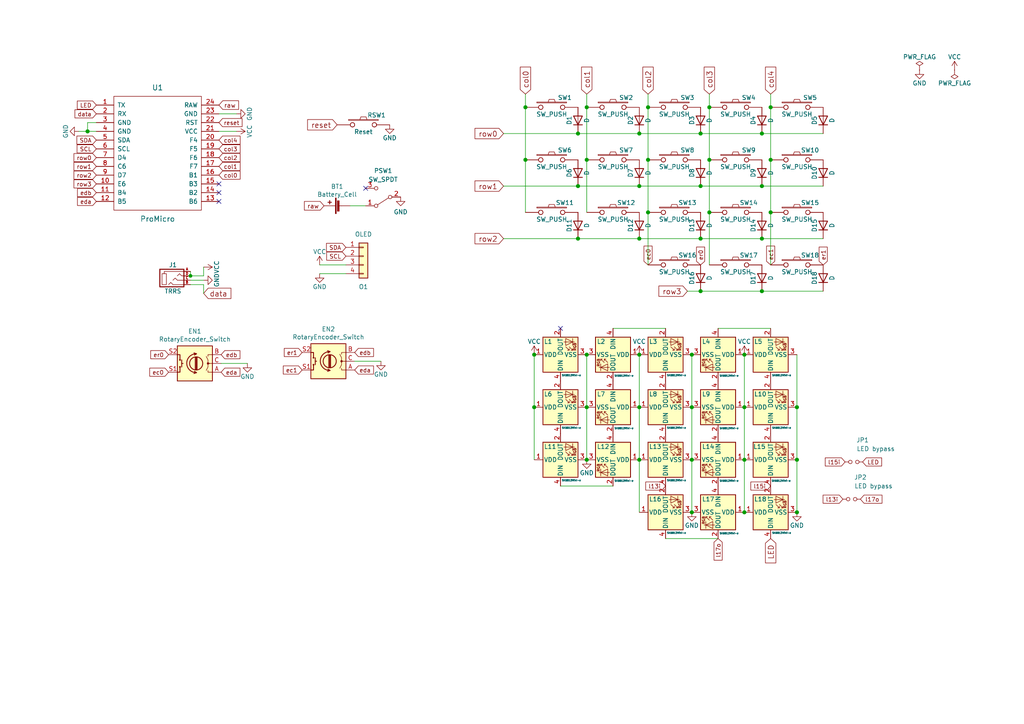
<source format=kicad_sch>
(kicad_sch (version 20211123) (generator eeschema)
  (paper "A4")
  (title_block (title "Chocolad") (date "2021-11-11") (rev "0.4") (company "jmnw"))
  (lib_symbols
    (symbol "Connector_Generic:Conn_01x04" (pin_names (offset 1.016) hide)
      (property "Reference" "J" (at 0 5.08 0))
      (property "Value" "Conn_01x04" (at 0 -7.62 0))
      (symbol "Conn_01x04_1_1"
        (rectangle (start -1.27 -4.953) (end 0 -5.207) (stroke (width 0.1524)))
        (rectangle (start -1.27 -2.413) (end 0 -2.667) (stroke (width 0.1524)))
        (rectangle (start -1.27 0.127) (end 0 -0.127) (stroke (width 0.1524)))
        (rectangle (start -1.27 2.667) (end 0 2.413) (stroke (width 0.1524)))
        (rectangle (start -1.27 3.81) (end 1.27 -6.35) (stroke (width 0.254)) (fill (type background)))
        (pin passive line (at -5.08 2.54 0) (length 3.81) (name "Pin_1") (number "1"))
        (pin passive line (at -5.08 0 0) (length 3.81) (name "Pin_2") (number "2"))
        (pin passive line (at -5.08 -2.54 0) (length 3.81) (name "Pin_3") (number "3"))
        (pin passive line (at -5.08 -5.08 0) (length 3.81) (name "Pin_4") (number "4"))
      )
    )
    (symbol "Device:Battery_Cell" (pin_numbers hide) (pin_names (offset 0) hide)
      (property "Reference" "BT" (at 2.54 2.54 0))
      (property "Value" "Battery_Cell" (at 2.54 0 0))
      (symbol "Battery_Cell_0_1"
        (rectangle (start -2.286 1.778) (end 2.286 1.524) (fill (type outline)))
        (rectangle (start -1.5748 1.1938) (end 1.4732 0.6858) (fill (type outline)))
        (polyline (pts (xy 0 0.762) (xy 0 0)))
        (polyline (pts (xy 0 1.778) (xy 0 2.54)))
        (polyline (pts (xy 0.508 3.429) (xy 1.524 3.429)) (stroke (width 0.254)))
        (polyline (pts (xy 1.016 3.937) (xy 1.016 2.921)) (stroke (width 0.254)))
      )
      (symbol "Battery_Cell_1_1"
        (pin passive line (at 0 5.08 270) (length 2.54) (name "+") (number "1"))
        (pin passive line (at 0 -2.54 90) (length 2.54) (name "-") (number "2"))
      )
    )
    (symbol "Device:D" (pin_numbers hide) (pin_names (offset 1.016) hide)
      (property "Reference" "D" (at 0 2.54 0))
      (property "Value" "D" (at 0 -2.54 0))
      (symbol "D_0_1"
        (polyline (pts (xy -1.27 1.27) (xy -1.27 -1.27)) (stroke (width 0.254)))
        (polyline (pts (xy 1.27 0) (xy -1.27 0)))
        (polyline (pts (xy 1.27 1.27) (xy 1.27 -1.27) (xy -1.27 0) (xy 1.27 1.27)) (stroke (width 0.254)))
      )
      (symbol "D_1_1"
        (pin passive line (at -3.81 0 0) (length 2.54) (name "K") (number "1"))
        (pin passive line (at 3.81 0 180) (length 2.54) (name "A") (number "2"))
      )
    )
    (symbol "Device:Jumper_NO_Small" (pin_numbers hide) (pin_names (offset 0.762) hide)
      (property "Reference" "JP" (at 0 2.032 0))
      (property "Value" "Jumper_NO_Small" (at 0.254 -1.524 0))
      (symbol "Jumper_NO_Small_0_1"
        (circle (center -1.016 0) (radius 0.508))
        (circle (center 1.016 0) (radius 0.508))
        (pin passive line (at -2.54 0 0) (length 1.016) (name "1") (number "1"))
        (pin passive line (at 2.54 0 180) (length 1.016) (name "2") (number "2"))
      )
    )
    (symbol "Device:RotaryEncoder_Switch" (pin_names (offset 0.254) hide)
      (property "Reference" "SW" (at 0 6.604 0))
      (property "Value" "Device_RotaryEncoder_Switch" (at 0 -6.604 0))
      (symbol "RotaryEncoder_Switch_0_1"
        (rectangle (start -5.08 5.08) (end 5.08 -5.08) (stroke (width 0.254)) (fill (type background)))
        (circle (center -3.81 0) (radius 0.254) (fill (type outline)))
        (arc (start -0.381 -2.794) (mid 2.3622 -0.0635) (end -0.381 2.667) (stroke (width 0.254)))
        (circle (center -0.381 0) (radius 1.905) (stroke (width 0.254)))
        (polyline (pts (xy -0.635 -1.778) (xy -0.635 1.778)) (stroke (width 0.254)))
        (polyline (pts (xy -0.381 -1.778) (xy -0.381 1.778)) (stroke (width 0.254)))
        (polyline (pts (xy -0.127 1.778) (xy -0.127 -1.778)) (stroke (width 0.254)))
        (polyline (pts (xy 3.81 0) (xy 3.429 0)) (stroke (width 0.254)))
        (polyline (pts (xy 3.81 1.016) (xy 3.81 -1.016)) (stroke (width 0.254)))
        (polyline (pts (xy -5.08 -2.54) (xy -3.81 -2.54) (xy -3.81 -2.032)))
        (polyline (pts (xy -5.08 2.54) (xy -3.81 2.54) (xy -3.81 2.032)))
        (polyline (pts (xy 0.254 -3.048) (xy -0.508 -2.794) (xy 0.127 -2.413)) (stroke (width 0.254)))
        (polyline (pts (xy 0.254 2.921) (xy -0.508 2.667) (xy 0.127 2.286)) (stroke (width 0.254)))
        (polyline (pts (xy 5.08 -2.54) (xy 4.318 -2.54) (xy 4.318 -1.016)) (stroke (width 0.254)))
        (polyline (pts (xy 5.08 2.54) (xy 4.318 2.54) (xy 4.318 1.016)) (stroke (width 0.254)))
        (polyline (pts (xy -5.08 0) (xy -3.81 0) (xy -3.81 -1.016) (xy -3.302 -2.032)))
        (polyline (pts (xy -4.318 0) (xy -3.81 0) (xy -3.81 1.016) (xy -3.302 2.032)))
        (circle (center 4.318 -1.016) (radius 0.127) (stroke (width 0.254)))
        (circle (center 4.318 1.016) (radius 0.127) (stroke (width 0.254)))
      )
      (symbol "RotaryEncoder_Switch_1_1"
        (pin passive line (at -7.62 2.54 0) (length 2.54) (name "A") (number "A"))
        (pin passive line (at -7.62 -2.54 0) (length 2.54) (name "B") (number "B"))
        (pin passive line (at -7.62 0 0) (length 2.54) (name "C") (number "C"))
        (pin passive line (at 7.62 2.54 180) (length 2.54) (name "S1") (number "S1"))
        (pin passive line (at 7.62 -2.54 180) (length 2.54) (name "S2") (number "S2"))
      )
    )
    (symbol "Switch:SW_SPDT" (pin_names (offset 0) hide)
      (property "Reference" "SW" (at 0 4.318 0))
      (property "Value" "SW_SPDT" (at 0 -5.08 0))
      (symbol "SW_SPDT_0_0"
        (circle (center -2.032 0) (radius 0.508))
        (circle (center 2.032 -2.54) (radius 0.508))
      )
      (symbol "SW_SPDT_0_1"
        (polyline (pts (xy -1.524 0.254) (xy 1.651 2.286)))
        (circle (center 2.032 2.54) (radius 0.508))
      )
      (symbol "SW_SPDT_1_1"
        (pin passive line (at 5.08 2.54 180) (length 2.54) (name "A") (number "1"))
        (pin passive line (at -5.08 0 0) (length 2.54) (name "B") (number "2"))
        (pin passive line (at 5.08 -2.54 180) (length 2.54) (name "C") (number "3"))
      )
    )
    (symbol "chocolad:MJ-4PP-9-kbd" (pin_names (offset 1.016))
      (property "Reference" "J" (at 0 3.81 0))
      (property "Value" "MJ-4PP-9-kbd" (at 0 -3.81 0))
      (symbol "MJ-4PP-9-kbd_0_1"
        (rectangle (start -1.905 -1.905) (end -3.175 1.27))
        (polyline (pts (xy -2.54 1.27) (xy -2.54 1.905) (xy 3.175 1.905)))
        (polyline (pts (xy -1.27 -1.905) (xy -0.635 -1.27) (xy 0 -1.905) (xy 3.175 -1.905)))
        (polyline (pts (xy 0 -0.635) (xy 0.635 0) (xy 1.27 -0.635) (xy 3.175 -0.635)))
        (polyline (pts (xy 1.27 0.635) (xy 1.905 1.27) (xy 2.54 0.635) (xy 3.175 0.635)))
        (rectangle (start 3.175 2.54) (end -3.81 -2.54) (stroke (width 0.3048)))
      )
      (symbol "MJ-4PP-9-kbd_1_1"
        (pin input line (at 5.08 1.905 180) (length 2.0066) (name "~") (number "A"))
        (pin input line (at 5.08 -1.905 180) (length 2.0066) (name "~") (number "B"))
        (pin input line (at 5.08 -0.635 180) (length 2.0066) (name "~") (number "C"))
        (pin input line (at 5.08 0.635 180) (length 2.0066) (name "~") (number "D"))
      )
    )
    (symbol "chocolad:ProMicro-kbd" (pin_names (offset 1.016))
      (property "Reference" "U" (at 0 24.13 0))
      (property "Value" "ProMicro-kbd" (at 0 -13.97 0))
      (symbol "ProMicro-kbd_0_1"
        (rectangle (start -12.7 21.59) (end 12.7 -11.43))
      )
      (symbol "ProMicro-kbd_1_1"
        (pin bidirectional line (at -17.78 19.05 0) (length 5.08) (name "TX") (number "1"))
        (pin bidirectional line (at -17.78 -3.81 0) (length 5.08) (name "E6") (number "10"))
        (pin bidirectional line (at -17.78 -6.35 0) (length 5.08) (name "B4") (number "11"))
        (pin bidirectional line (at -17.78 -8.89 0) (length 5.08) (name "B5") (number "12"))
        (pin bidirectional line (at 17.78 -8.89 180) (length 5.08) (name "B6") (number "13"))
        (pin bidirectional line (at 17.78 -6.35 180) (length 5.08) (name "B2") (number "14"))
        (pin bidirectional line (at 17.78 -3.81 180) (length 5.08) (name "B3") (number "15"))
        (pin bidirectional line (at 17.78 -1.27 180) (length 5.08) (name "B1") (number "16"))
        (pin bidirectional line (at 17.78 1.27 180) (length 5.08) (name "F7") (number "17"))
        (pin bidirectional line (at 17.78 3.81 180) (length 5.08) (name "F6") (number "18"))
        (pin bidirectional line (at 17.78 6.35 180) (length 5.08) (name "F5") (number "19"))
        (pin bidirectional line (at -17.78 16.51 0) (length 5.08) (name "RX") (number "2"))
        (pin bidirectional line (at 17.78 8.89 180) (length 5.08) (name "F4") (number "20"))
        (pin power_in line (at 17.78 11.43 180) (length 5.08) (name "VCC") (number "21"))
        (pin input line (at 17.78 13.97 180) (length 5.08) (name "RST") (number "22"))
        (pin power_in line (at 17.78 16.51 180) (length 5.08) (name "GND") (number "23"))
        (pin power_out line (at 17.78 19.05 180) (length 5.08) (name "RAW") (number "24"))
        (pin power_in line (at -17.78 13.97 0) (length 5.08) (name "GND") (number "3"))
        (pin power_in line (at -17.78 11.43 0) (length 5.08) (name "GND") (number "4"))
        (pin bidirectional line (at -17.78 8.89 0) (length 5.08) (name "SDA") (number "5"))
        (pin bidirectional line (at -17.78 6.35 0) (length 5.08) (name "SCL") (number "6"))
        (pin bidirectional line (at -17.78 3.81 0) (length 5.08) (name "D4") (number "7"))
        (pin bidirectional line (at -17.78 1.27 0) (length 5.08) (name "C6") (number "8"))
        (pin bidirectional line (at -17.78 -1.27 0) (length 5.08) (name "D7") (number "9"))
      )
    )
    (symbol "chocolad:SK6812MINI-E" (pin_names (offset 0.254))
      (property "Reference" "L18" (at -4.826 3.81 90))
      (property "Value" "SK6812MINI-E" (at 3.175 -5.969 90))
      (symbol "SK6812MINI-E_0_0"
        (text "RGB" (at 2.286 -4.191 0) (effects (font (size 0.762 0.762))))
      )
      (symbol "SK6812MINI-E_0_1"
        (polyline (pts (xy 1.27 -3.556) (xy 1.778 -3.556)))
        (polyline (pts (xy 1.27 -2.54) (xy 1.778 -2.54)))
        (polyline (pts (xy 4.699 -3.556) (xy 2.667 -3.556)))
        (polyline (pts (xy 2.286 -2.54) (xy 1.27 -3.556) (xy 1.27 -3.048)))
        (polyline (pts (xy 2.286 -1.524) (xy 1.27 -2.54) (xy 1.27 -2.032)))
        (polyline (pts (xy 3.683 -1.016) (xy 3.683 -3.556) (xy 3.683 -4.064)))
        (polyline (pts (xy 4.699 -1.524) (xy 2.667 -1.524) (xy 3.683 -3.556) (xy 4.699 -1.524)))
        (rectangle (start 5.08 5.08) (end -5.08 -5.08) (stroke (width 0.254)) (fill (type background)))
      )
      (symbol "SK6812MINI-E_1_1"
        (pin power_in line (at 0 7.62 270) (length 2.54) (name "VDD") (number "1"))
        (pin output line (at 7.62 0 180) (length 2.54) (name "DOUT") (number "2"))
        (pin power_in line (at 0 -7.62 90) (length 2.54) (name "VSS") (number "3"))
        (pin input line (at -7.62 0 0) (length 2.54) (name "DIN") (number "4"))
      )
    )
    (symbol "chocolad:SW_PUSH-kbd" (pin_numbers hide) (pin_names (offset 1.016) hide)
      (property "Reference" "SW" (at 3.81 2.794 0))
      (property "Value" "SW_PUSH-kbd" (at 0 -2.032 0))
      (symbol "SW_PUSH-kbd_0_1"
        (rectangle (start -4.318 1.27) (end 4.318 1.524))
        (polyline (pts (xy -1.016 1.524) (xy -0.762 2.286) (xy 0.762 2.286) (xy 1.016 1.524)))
        (pin passive inverted (at -7.62 0 0) (length 5.08) (name "1") (number "1"))
        (pin passive inverted (at 7.62 0 180) (length 5.08) (name "2") (number "2"))
      )
    )
    (symbol "power:GND" (power) (pin_names (offset 0))
      (property "Value" "GND" (at 0 -3.81 0))
      (symbol "GND_0_1"
        (polyline (pts (xy 0 0) (xy 0 -1.27) (xy 1.27 -1.27) (xy 0 -2.54) (xy -1.27 -1.27) (xy 0 -1.27)))
      )
      (symbol "GND_1_1"
        (pin power_in line (at 0 0 270) (length 0) hide (name "GND") (number "1"))
      )
    )
    (symbol "power:PWR_FLAG" (power) (pin_numbers hide) (pin_names (offset 0) hide)
      (property "Value" "PWR_FLAG" (at 0 3.81 0))
      (symbol "PWR_FLAG_0_0"
        (pin power_out line (at 0 0 90) (length 0) (name "pwr") (number "1"))
      )
      (symbol "PWR_FLAG_0_1"
        (polyline (pts (xy 0 0) (xy 0 1.27) (xy -1.016 1.905) (xy 0 2.54) (xy 1.016 1.905) (xy 0 1.27)))
      )
    )
    (symbol "power:VCC" (power) (pin_names (offset 0))
      (property "Value" "VCC" (at 0 3.81 0))
      (symbol "VCC_0_1"
        (polyline (pts (xy -0.762 1.27) (xy 0 2.54)))
        (polyline (pts (xy 0 0) (xy 0 2.54)))
        (polyline (pts (xy 0 2.54) (xy 0.762 1.27)))
      )
      (symbol "VCC_1_1"
        (pin power_in line (at 0 0 90) (length 0) hide (name "VCC") (number "1"))
      )
    )
  )
  (junction (at 200.66 102.87) (diameter 1.016))
  (junction (at 167.64 38.735) (diameter 1.016))
  (junction (at 185.42 38.735) (diameter 1.016))
  (junction (at 187.96 46.355) (diameter 1.016))
  (junction (at 187.96 31.115) (diameter 1.016))
  (junction (at 170.18 118.11) (diameter 1.016))
  (junction (at 170.18 102.87) (diameter 1.016))
  (junction (at 205.74 46.355) (diameter 1.016))
  (junction (at 185.42 53.975) (diameter 1.016))
  (junction (at 152.4 31.115) (diameter 1.016))
  (junction (at 167.64 53.975) (diameter 1.016))
  (junction (at 154.94 118.11) (diameter 1.016))
  (junction (at 200.66 118.11) (diameter 1.016))
  (junction (at 187.96 61.595) (diameter 1.016))
  (junction (at 152.4 46.355) (diameter 1.016))
  (junction (at 170.18 31.115) (diameter 1.016))
  (junction (at 215.9 102.87) (diameter 1.016))
  (junction (at 55.245 80.01))
  (junction (at 185.42 118.11) (diameter 1.016))
  (junction (at 200.66 148.59) (diameter 1.016))
  (junction (at 223.52 46.355) (diameter 1.016))
  (junction (at 200.66 133.35) (diameter 1.016))
  (junction (at 220.98 38.735) (diameter 1.016))
  (junction (at 185.42 102.87) (diameter 1.016))
  (junction (at 220.98 84.455) (diameter 1.016))
  (junction (at 203.2 53.975) (diameter 1.016))
  (junction (at 185.42 69.215) (diameter 1.016))
  (junction (at 205.74 31.115) (diameter 1.016))
  (junction (at 170.18 46.355) (diameter 1.016))
  (junction (at 170.18 133.35) (diameter 1.016))
  (junction (at 220.98 69.215) (diameter 1.016))
  (junction (at 167.64 69.215) (diameter 1.016))
  (junction (at 154.94 102.87) (diameter 1.016))
  (junction (at 25.4 38.1) (diameter 1.016))
  (junction (at 231.14 148.59) (diameter 1.016))
  (junction (at 215.9 148.59) (diameter 1.016))
  (junction (at 215.9 133.35) (diameter 1.016))
  (junction (at 203.2 84.455) (diameter 1.016))
  (junction (at 220.98 53.975) (diameter 1.016))
  (junction (at 215.9 118.11) (diameter 1.016))
  (junction (at 203.2 69.215) (diameter 1.016))
  (junction (at 223.52 31.115) (diameter 1.016))
  (junction (at 203.2 38.735) (diameter 1.016))
  (junction (at 223.52 61.595) (diameter 1.016))
  (junction (at 231.14 133.35) (diameter 1.016))
  (junction (at 231.14 118.11) (diameter 1.016))
  (junction (at 185.42 133.35) (diameter 1.016))
  (junction (at 205.74 61.595) (diameter 1.016))
  (no_connect (at 63.5 58.42))
  (no_connect (at 63.5 53.34))
  (no_connect (at 106.045 54.61))
  (no_connect (at 63.5 55.88))
  (no_connect (at 162.56 95.25))
  (wire (pts (xy 162.56 140.97) (xy 177.8 140.97)))
  (wire (pts (xy 223.52 31.115) (xy 223.52 46.355)))
  (wire (pts (xy 205.74 61.595) (xy 205.74 76.835)))
  (wire (pts (xy 187.96 27.305) (xy 187.96 31.115)))
  (wire (pts (xy 170.18 27.305) (xy 170.18 31.115)))
  (wire (pts (xy 59.055 80.01) (xy 59.055 77.47)))
  (wire (pts (xy 55.245 80.01) (xy 59.055 80.01)))
  (wire (pts (xy 203.2 69.215) (xy 220.98 69.215)))
  (wire (pts (xy 187.96 61.595) (xy 187.96 76.835)))
  (wire (pts (xy 187.96 31.115) (xy 187.96 46.355)))
  (wire (pts (xy 187.96 46.355) (xy 187.96 61.595)))
  (wire (pts (xy 55.245 78.74) (xy 55.245 80.01)))
  (wire (pts (xy 167.64 53.975) (xy 185.42 53.975)))
  (wire (pts (xy 185.42 53.975) (xy 203.2 53.975)))
  (wire (pts (xy 220.98 38.735) (xy 238.76 38.735)))
  (wire (pts (xy 92.71 76.835) (xy 100.33 76.835)))
  (wire (pts (xy 185.42 133.35) (xy 185.42 148.59)))
  (wire (pts (xy 199.39 84.455) (xy 203.2 84.455)))
  (wire (pts (xy 92.71 79.375) (xy 100.33 79.375)))
  (wire (pts (xy 193.04 156.21) (xy 208.28 156.21)))
  (wire (pts (xy 63.5 38.1) (xy 68.58 38.1)))
  (wire (pts (xy 200.66 133.35) (xy 200.66 148.59)))
  (wire (pts (xy 200.66 102.87) (xy 200.66 118.11)))
  (wire (pts (xy 200.66 118.11) (xy 200.66 133.35)))
  (wire (pts (xy 25.4 38.1) (xy 27.94 38.1)))
  (wire (pts (xy 152.4 46.355) (xy 152.4 61.595)))
  (wire (pts (xy 167.64 69.215) (xy 185.42 69.215)))
  (wire (pts (xy 170.18 31.115) (xy 170.18 46.355)))
  (wire (pts (xy 203.2 53.975) (xy 220.98 53.975)))
  (wire (pts (xy 102.87 104.775) (xy 110.49 104.775)))
  (wire (pts (xy 152.4 27.305) (xy 152.4 31.115)))
  (wire (pts (xy 146.05 69.215) (xy 167.64 69.215)))
  (wire (pts (xy 22.86 38.1) (xy 25.4 38.1)))
  (wire (pts (xy 25.4 35.56) (xy 25.4 38.1)))
  (wire (pts (xy 215.9 118.11) (xy 215.9 133.35)))
  (wire (pts (xy 215.9 133.35) (xy 215.9 148.59)))
  (wire (pts (xy 215.9 102.87) (xy 215.9 118.11)))
  (wire (pts (xy 154.94 102.87) (xy 154.94 118.11)))
  (wire (pts (xy 154.94 118.11) (xy 154.94 133.35)))
  (wire (pts (xy 170.18 46.355) (xy 170.18 61.595)))
  (wire (pts (xy 27.94 35.56) (xy 25.4 35.56)))
  (wire (pts (xy 231.14 118.11) (xy 231.14 133.35)))
  (wire (pts (xy 231.14 102.87) (xy 231.14 118.11)))
  (wire (pts (xy 231.14 133.35) (xy 231.14 148.59)))
  (wire (pts (xy 205.74 46.355) (xy 205.74 61.595)))
  (wire (pts (xy 152.4 31.115) (xy 152.4 46.355)))
  (wire (pts (xy 101.6 59.69) (xy 106.045 59.69)))
  (wire (pts (xy 220.98 69.215) (xy 238.76 69.215)))
  (wire (pts (xy 203.2 84.455) (xy 220.98 84.455)))
  (wire (pts (xy 146.05 53.975) (xy 167.64 53.975)))
  (wire (pts (xy 223.52 61.595) (xy 223.52 76.835)))
  (wire (pts (xy 64.135 105.41) (xy 71.755 105.41)))
  (wire (pts (xy 55.245 81.28) (xy 59.055 81.28)))
  (wire (pts (xy 220.98 53.975) (xy 238.76 53.975)))
  (wire (pts (xy 185.42 69.215) (xy 203.2 69.215)))
  (wire (pts (xy 63.5 33.02) (xy 68.58 33.02)))
  (wire (pts (xy 177.8 95.25) (xy 193.04 95.25)))
  (wire (pts (xy 146.05 38.735) (xy 167.64 38.735)))
  (wire (pts (xy 223.52 27.305) (xy 223.52 31.115)))
  (wire (pts (xy 205.74 31.115) (xy 205.74 46.355)))
  (wire (pts (xy 167.64 38.735) (xy 185.42 38.735)))
  (wire (pts (xy 203.2 38.735) (xy 220.98 38.735)))
  (wire (pts (xy 205.74 27.305) (xy 205.74 31.115)))
  (wire (pts (xy 185.42 38.735) (xy 203.2 38.735)))
  (wire (pts (xy 170.18 102.87) (xy 170.18 118.11)))
  (wire (pts (xy 170.18 118.11) (xy 170.18 133.35)))
  (wire (pts (xy 223.52 46.355) (xy 223.52 61.595)))
  (wire (pts (xy 208.28 95.25) (xy 223.52 95.25)))
  (wire (pts (xy 220.98 84.455) (xy 238.76 84.455)))
  (wire (pts (xy 185.42 102.87) (xy 185.42 118.11)))
  (wire (pts (xy 185.42 118.11) (xy 185.42 133.35)))
  (wire (pts (xy 55.245 82.55) (xy 59.055 82.55)))
  (wire (pts (xy 59.055 82.55) (xy 59.055 85.09)))
  (global_label "raw" (shape input) (at 63.5 30.48 0) (property "Intersheet References" "${INTERSHEET_REFS}" (effects hide)))
  (global_label "row3" (shape input) (at 27.94 53.34 180) (effects (font (size 1.1938 1.1938))) (property "Intersheet References" "${INTERSHEET_REFS}" (effects hide)))
  (global_label "l17o" (shape input) (at 208.28 156.21 270) (effects (font (size 1.1938 1.1938))) (property "Intersheet References" "${INTERSHEET_REFS}" (effects hide)))
  (global_label "SCL" (shape input) (at 100.33 74.295 180) (effects (font (size 1.1938 1.1938))) (property "Intersheet References" "${INTERSHEET_REFS}" (effects hide)))
  (global_label "ec1" (shape input) (at 223.52 76.835 90) (effects (font (size 1.1938 1.1938))) (property "Intersheet References" "${INTERSHEET_REFS}" (effects hide)))
  (global_label "er0" (shape input) (at 48.895 102.87 180) (effects (font (size 1.1938 1.1938))) (property "Intersheet References" "${INTERSHEET_REFS}" (effects hide)))
  (global_label "reset" (shape input) (at 63.5 35.56 0) (effects (font (size 1.1938 1.1938))) (property "Intersheet References" "${INTERSHEET_REFS}" (effects hide)))
  (global_label "ec0" (shape input) (at 48.895 107.95 180) (effects (font (size 1.1938 1.1938))) (property "Intersheet References" "${INTERSHEET_REFS}" (effects hide)))
  (global_label "ec0" (shape input) (at 187.96 76.835 90) (effects (font (size 1.1938 1.1938))) (property "Intersheet References" "${INTERSHEET_REFS}" (effects hide)))
  (global_label "col4" (shape input) (at 223.52 27.305 90) (effects (font (size 1.524 1.524))) (property "Intersheet References" "${INTERSHEET_REFS}" (effects hide)))
  (global_label "col3" (shape input) (at 205.74 27.305 90) (effects (font (size 1.524 1.524))) (property "Intersheet References" "${INTERSHEET_REFS}" (effects hide)))
  (global_label "eda" (shape input) (at 27.94 58.42 180) (effects (font (size 1.1938 1.1938))) (property "Intersheet References" "${INTERSHEET_REFS}" (effects hide)))
  (global_label "col0" (shape input) (at 63.5 50.8 0) (effects (font (size 1.1938 1.1938))) (property "Intersheet References" "${INTERSHEET_REFS}" (effects hide)))
  (global_label "edb" (shape input) (at 27.94 55.88 180) (effects (font (size 1.1938 1.1938))) (property "Intersheet References" "${INTERSHEET_REFS}" (effects hide)))
  (global_label "l15i" (shape input) (at 245.11 133.985 180) (effects (font (size 1.1938 1.1938))) (property "Intersheet References" "${INTERSHEET_REFS}" (effects hide)))
  (global_label "l13i" (shape input) (at 244.475 144.78 180) (effects (font (size 1.1938 1.1938))) (property "Intersheet References" "${INTERSHEET_REFS}" (effects hide)))
  (global_label "col0" (shape input) (at 152.4 27.305 90) (effects (font (size 1.524 1.524))) (property "Intersheet References" "${INTERSHEET_REFS}" (effects hide)))
  (global_label "LED" (shape input) (at 223.52 156.21 270) (effects (font (size 1.524 1.524))) (property "Intersheet References" "${INTERSHEET_REFS}" (effects hide)))
  (global_label "LED" (shape input) (at 250.19 133.985 0) (effects (font (size 1.1938 1.1938))) (property "Intersheet References" "${INTERSHEET_REFS}" (effects hide)))
  (global_label "ec1" (shape input) (at 87.63 107.315 180) (effects (font (size 1.1938 1.1938))) (property "Intersheet References" "${INTERSHEET_REFS}" (effects hide)))
  (global_label "row1" (shape input) (at 146.05 53.975 180) (effects (font (size 1.524 1.524))) (property "Intersheet References" "${INTERSHEET_REFS}" (effects hide)))
  (global_label "row2" (shape input) (at 27.94 50.8 180) (effects (font (size 1.1938 1.1938))) (property "Intersheet References" "${INTERSHEET_REFS}" (effects hide)))
  (global_label "col4" (shape input) (at 63.5 40.64 0) (effects (font (size 1.1938 1.1938))) (property "Intersheet References" "${INTERSHEET_REFS}" (effects hide)))
  (global_label "col1" (shape input) (at 170.18 27.305 90) (effects (font (size 1.524 1.524))) (property "Intersheet References" "${INTERSHEET_REFS}" (effects hide)))
  (global_label "LED" (shape input) (at 27.94 30.48 180) (effects (font (size 1.1938 1.1938))) (property "Intersheet References" "${INTERSHEET_REFS}" (effects hide)))
  (global_label "row0" (shape input) (at 146.05 38.735 180) (effects (font (size 1.524 1.524))) (property "Intersheet References" "${INTERSHEET_REFS}" (effects hide)))
  (global_label "l13i" (shape input) (at 193.04 140.97 180) (effects (font (size 1.1938 1.1938))) (property "Intersheet References" "${INTERSHEET_REFS}" (effects hide)))
  (global_label "SDA" (shape input) (at 100.33 71.755 180) (effects (font (size 1.1938 1.1938))) (property "Intersheet References" "${INTERSHEET_REFS}" (effects hide)))
  (global_label "raw" (shape input) (at 93.98 59.69 180) (property "Intersheet References" "${INTERSHEET_REFS}" (effects hide)))
  (global_label "SCL" (shape input) (at 27.94 43.18 180) (effects (font (size 1.1938 1.1938))) (property "Intersheet References" "${INTERSHEET_REFS}" (effects hide)))
  (global_label "col1" (shape input) (at 63.5 48.26 0) (effects (font (size 1.1938 1.1938))) (property "Intersheet References" "${INTERSHEET_REFS}" (effects hide)))
  (global_label "data" (shape input) (at 27.94 33.02 180) (effects (font (size 1.1938 1.1938))) (property "Intersheet References" "${INTERSHEET_REFS}" (effects hide)))
  (global_label "col2" (shape input) (at 187.96 27.305 90) (effects (font (size 1.524 1.524))) (property "Intersheet References" "${INTERSHEET_REFS}" (effects hide)))
  (global_label "eda" (shape input) (at 102.87 107.315 0) (effects (font (size 1.1938 1.1938))) (property "Intersheet References" "${INTERSHEET_REFS}" (effects hide)))
  (global_label "l15i" (shape input) (at 223.52 140.97 180) (effects (font (size 1.1938 1.1938))) (property "Intersheet References" "${INTERSHEET_REFS}" (effects hide)))
  (global_label "row0" (shape input) (at 27.94 45.72 180) (effects (font (size 1.1938 1.1938))) (property "Intersheet References" "${INTERSHEET_REFS}" (effects hide)))
  (global_label "col2" (shape input) (at 63.5 45.72 0) (effects (font (size 1.1938 1.1938))) (property "Intersheet References" "${INTERSHEET_REFS}" (effects hide)))
  (global_label "row1" (shape input) (at 27.94 48.26 180) (effects (font (size 1.1938 1.1938))) (property "Intersheet References" "${INTERSHEET_REFS}" (effects hide)))
  (global_label "er1" (shape input) (at 238.76 76.835 90) (effects (font (size 1.1938 1.1938))) (property "Intersheet References" "${INTERSHEET_REFS}" (effects hide)))
  (global_label "data" (shape input) (at 59.055 85.09 0) (effects (font (size 1.524 1.524))) (property "Intersheet References" "${INTERSHEET_REFS}" (effects hide)))
  (global_label "er1" (shape input) (at 87.63 102.235 180) (effects (font (size 1.1938 1.1938))) (property "Intersheet References" "${INTERSHEET_REFS}" (effects hide)))
  (global_label "reset" (shape input) (at 97.79 36.195 180) (effects (font (size 1.524 1.524))) (property "Intersheet References" "${INTERSHEET_REFS}" (effects hide)))
  (global_label "edb" (shape input) (at 64.135 102.87 0) (effects (font (size 1.1938 1.1938))) (property "Intersheet References" "${INTERSHEET_REFS}" (effects hide)))
  (global_label "row2" (shape input) (at 146.05 69.215 180) (effects (font (size 1.524 1.524))) (property "Intersheet References" "${INTERSHEET_REFS}" (effects hide)))
  (global_label "er0" (shape input) (at 203.2 76.835 90) (effects (font (size 1.1938 1.1938))) (property "Intersheet References" "${INTERSHEET_REFS}" (effects hide)))
  (global_label "row3" (shape input) (at 199.39 84.455 180) (effects (font (size 1.524 1.524))) (property "Intersheet References" "${INTERSHEET_REFS}" (effects hide)))
  (global_label "col3" (shape input) (at 63.5 43.18 0) (effects (font (size 1.1938 1.1938))) (property "Intersheet References" "${INTERSHEET_REFS}" (effects hide)))
  (global_label "SDA" (shape input) (at 27.94 40.64 180) (effects (font (size 1.1938 1.1938))) (property "Intersheet References" "${INTERSHEET_REFS}" (effects hide)))
  (global_label "eda" (shape input) (at 64.135 107.95 0) (effects (font (size 1.1938 1.1938))) (property "Intersheet References" "${INTERSHEET_REFS}" (effects hide)))
  (global_label "edb" (shape input) (at 102.87 102.235 0) (effects (font (size 1.1938 1.1938))) (property "Intersheet References" "${INTERSHEET_REFS}" (effects hide)))
  (global_label "l17o" (shape input) (at 249.555 144.78 0) (effects (font (size 1.1938 1.1938))) (property "Intersheet References" "${INTERSHEET_REFS}" (effects hide)))
  (symbol (lib_id "chocolad:ProMicro-kbd") (at 45.72 49.53 0) (unit 1)
    (property "Reference" "U1" (at 45.72 25.4 0) (effects (font (size 1.524 1.524))))
    (property "Value" "ProMicro" (at 45.72 63.5 0) (effects (font (size 1.524 1.524))))
    (property "Footprint" "kbd:ProMicro_v2" (effects hide))
  )
  (symbol (lib_id "chocolad:SW_PUSH-kbd") (at 160.02 31.115 0) (unit 1)
    (property "Reference" "SW1" (at 163.83 28.321 0))
    (property "Value" "SW_PUSH" (at 160.02 33.147 0))
    (property "Footprint" "jmnw:Choc_reversible" (effects hide))
  )
  (symbol (lib_id "Device:D") (at 167.64 34.925 90) (unit 1)
    (property "Reference" "D1" (at 165.1 34.925 0))
    (property "Value" "D" (at 170.18 34.925 0))
    (property "Footprint" "kbd:D3_TH_SMD" (effects hide))
  )
  (symbol (lib_id "chocolad:SW_PUSH-kbd") (at 177.8 31.115 0) (unit 1)
    (property "Reference" "SW2" (at 181.61 28.321 0))
    (property "Value" "SW_PUSH" (at 177.8 33.147 0))
    (property "Footprint" "jmnw:Choc_reversible" (effects hide))
  )
  (symbol (lib_id "Device:D") (at 185.42 34.925 90) (unit 1)
    (property "Reference" "D2" (at 182.88 34.925 0))
    (property "Value" "D" (at 187.96 34.925 0))
    (property "Footprint" "kbd:D3_TH_SMD" (effects hide))
  )
  (symbol (lib_id "chocolad:SW_PUSH-kbd") (at 195.58 31.115 0) (unit 1)
    (property "Reference" "SW3" (at 199.39 28.321 0))
    (property "Value" "SW_PUSH" (at 195.58 33.147 0))
    (property "Footprint" "jmnw:Choc_reversible" (effects hide))
  )
  (symbol (lib_id "chocolad:SW_PUSH-kbd") (at 213.36 31.115 0) (unit 1)
    (property "Reference" "SW4" (at 217.17 28.321 0))
    (property "Value" "SW_PUSH" (at 213.36 33.147 0))
    (property "Footprint" "jmnw:Choc_reversible" (effects hide))
  )
  (symbol (lib_id "chocolad:SW_PUSH-kbd") (at 231.14 31.115 0) (unit 1)
    (property "Reference" "SW5" (at 234.95 28.321 0))
    (property "Value" "SW_PUSH" (at 231.14 33.147 0))
    (property "Footprint" "jmnw:Choc_reversible" (effects hide))
  )
  (symbol (lib_id "Device:D") (at 203.2 34.925 90) (unit 1)
    (property "Reference" "D3" (at 200.66 34.925 0))
    (property "Value" "D" (at 205.74 34.925 0))
    (property "Footprint" "kbd:D3_TH_SMD" (effects hide))
  )
  (symbol (lib_id "Device:D") (at 220.98 34.925 90) (unit 1)
    (property "Reference" "D4" (at 218.44 34.925 0))
    (property "Value" "D" (at 223.52 34.925 0))
    (property "Footprint" "kbd:D3_TH_SMD" (effects hide))
  )
  (symbol (lib_id "Device:D") (at 238.76 34.925 90) (unit 1)
    (property "Reference" "D5" (at 236.22 34.925 0))
    (property "Value" "D" (at 241.3 34.925 0))
    (property "Footprint" "kbd:D3_TH_SMD" (effects hide))
  )
  (symbol (lib_id "chocolad:SW_PUSH-kbd") (at 160.02 46.355 0) (unit 1)
    (property "Reference" "SW6" (at 163.83 43.561 0))
    (property "Value" "SW_PUSH" (at 160.02 48.387 0))
    (property "Footprint" "jmnw:Choc_reversible" (effects hide))
  )
  (symbol (lib_id "Device:D") (at 167.64 50.165 90) (unit 1)
    (property "Reference" "D6" (at 165.1 50.165 0))
    (property "Value" "D" (at 170.18 50.165 0))
    (property "Footprint" "kbd:D3_TH_SMD" (effects hide))
  )
  (symbol (lib_id "chocolad:SW_PUSH-kbd") (at 177.8 46.355 0) (unit 1)
    (property "Reference" "SW7" (at 181.61 43.561 0))
    (property "Value" "SW_PUSH" (at 177.8 48.387 0))
    (property "Footprint" "jmnw:Choc_reversible" (effects hide))
  )
  (symbol (lib_id "Device:D") (at 185.42 50.165 90) (unit 1)
    (property "Reference" "D7" (at 182.88 50.165 0))
    (property "Value" "D" (at 187.96 50.165 0))
    (property "Footprint" "kbd:D3_TH_SMD" (effects hide))
  )
  (symbol (lib_id "chocolad:SW_PUSH-kbd") (at 195.58 46.355 0) (unit 1)
    (property "Reference" "SW8" (at 199.39 43.561 0))
    (property "Value" "SW_PUSH" (at 195.58 48.387 0))
    (property "Footprint" "jmnw:Choc_reversible" (effects hide))
  )
  (symbol (lib_id "chocolad:SW_PUSH-kbd") (at 213.36 46.355 0) (unit 1)
    (property "Reference" "SW9" (at 217.17 43.561 0))
    (property "Value" "SW_PUSH" (at 213.36 48.387 0))
    (property "Footprint" "jmnw:Choc_reversible" (effects hide))
  )
  (symbol (lib_id "chocolad:SW_PUSH-kbd") (at 231.14 46.355 0) (unit 1)
    (property "Reference" "SW10" (at 234.95 43.561 0))
    (property "Value" "SW_PUSH" (at 231.14 48.387 0))
    (property "Footprint" "jmnw:Choc_reversible" (effects hide))
  )
  (symbol (lib_id "Device:D") (at 203.2 50.165 90) (unit 1)
    (property "Reference" "D8" (at 200.66 50.165 0))
    (property "Value" "D" (at 205.74 50.165 0))
    (property "Footprint" "kbd:D3_TH_SMD" (effects hide))
  )
  (symbol (lib_id "Device:D") (at 220.98 50.165 90) (unit 1)
    (property "Reference" "D9" (at 218.44 50.165 0))
    (property "Value" "D" (at 223.52 50.165 0))
    (property "Footprint" "kbd:D3_TH_SMD" (effects hide))
  )
  (symbol (lib_id "Device:D") (at 238.76 50.165 90) (unit 1)
    (property "Reference" "D10" (at 236.22 50.165 0))
    (property "Value" "D" (at 241.3 50.165 0))
    (property "Footprint" "kbd:D3_TH_SMD" (effects hide))
  )
  (symbol (lib_id "chocolad:SW_PUSH-kbd") (at 160.02 61.595 0) (unit 1)
    (property "Reference" "SW11" (at 163.83 58.801 0))
    (property "Value" "SW_PUSH" (at 160.02 63.627 0))
    (property "Footprint" "jmnw:Choc_reversible" (effects hide))
  )
  (symbol (lib_id "Device:D") (at 167.64 65.405 90) (unit 1)
    (property "Reference" "D11" (at 165.1 65.405 0))
    (property "Value" "D" (at 170.18 65.405 0))
    (property "Footprint" "kbd:D3_TH_SMD" (effects hide))
  )
  (symbol (lib_id "chocolad:SW_PUSH-kbd") (at 177.8 61.595 0) (unit 1)
    (property "Reference" "SW12" (at 181.61 58.801 0))
    (property "Value" "SW_PUSH" (at 177.8 63.627 0))
    (property "Footprint" "jmnw:Choc_reversible" (effects hide))
  )
  (symbol (lib_id "Device:D") (at 185.42 65.405 90) (unit 1)
    (property "Reference" "D12" (at 182.88 65.405 0))
    (property "Value" "D" (at 187.96 65.405 0))
    (property "Footprint" "kbd:D3_TH_SMD" (effects hide))
  )
  (symbol (lib_id "chocolad:SW_PUSH-kbd") (at 195.58 61.595 0) (unit 1)
    (property "Reference" "SW13" (at 199.39 58.801 0))
    (property "Value" "SW_PUSH" (at 195.58 63.627 0))
    (property "Footprint" "jmnw:Choc_reversible" (effects hide))
  )
  (symbol (lib_id "chocolad:SW_PUSH-kbd") (at 213.36 61.595 0) (unit 1)
    (property "Reference" "SW14" (at 217.17 58.801 0))
    (property "Value" "SW_PUSH" (at 213.36 63.627 0))
    (property "Footprint" "jmnw:Choc_reversible" (effects hide))
  )
  (symbol (lib_id "chocolad:SW_PUSH-kbd") (at 231.14 61.595 0) (unit 1)
    (property "Reference" "SW15" (at 234.95 58.801 0))
    (property "Value" "SW_PUSH" (at 231.14 63.627 0))
    (property "Footprint" "jmnw:Choc_reversible" (effects hide))
  )
  (symbol (lib_id "Device:D") (at 203.2 65.405 90) (unit 1)
    (property "Reference" "D13" (at 200.66 65.405 0))
    (property "Value" "D" (at 205.74 65.405 0))
    (property "Footprint" "kbd:D3_TH_SMD" (effects hide))
  )
  (symbol (lib_id "Device:D") (at 220.98 65.405 90) (unit 1)
    (property "Reference" "D14" (at 218.44 65.405 0))
    (property "Value" "D" (at 223.52 65.405 0))
    (property "Footprint" "kbd:D3_TH_SMD" (effects hide))
  )
  (symbol (lib_id "Device:D") (at 238.76 65.405 90) (unit 1)
    (property "Reference" "D15" (at 236.22 65.405 0))
    (property "Value" "D" (at 241.3 65.405 0))
    (property "Footprint" "kbd:D3_TH_SMD" (effects hide))
  )
  (symbol (lib_id "chocolad:SW_PUSH-kbd") (at 213.36 76.835 0) (unit 1)
    (property "Reference" "SW17" (at 217.17 74.041 0))
    (property "Value" "SW_PUSH" (at 213.36 78.867 0))
    (property "Footprint" "jmnw:Choc_reversible" (effects hide))
  )
  (symbol (lib_id "Device:D") (at 220.98 80.645 90) (unit 1)
    (property "Reference" "D17" (at 218.44 80.645 0))
    (property "Value" "D" (at 223.52 80.645 0))
    (property "Footprint" "kbd:D3_TH_SMD" (effects hide))
  )
  (symbol (lib_id "chocolad:SW_PUSH-kbd") (at 231.14 76.835 0) (unit 1)
    (property "Reference" "SW18" (at 234.95 74.041 0))
    (property "Value" "SW_PUSH" (at 231.14 78.867 0))
    (property "Footprint" "jmnw:Choc_reversible" (effects hide))
  )
  (symbol (lib_id "Device:D") (at 238.76 80.645 90) (unit 1)
    (property "Reference" "D18" (at 236.22 80.645 0))
    (property "Value" "D" (at 241.3 80.645 0))
    (property "Footprint" "kbd:D3_TH_SMD" (effects hide))
  )
  (symbol (lib_id "chocolad:SW_PUSH-kbd") (at 195.58 76.835 0) (unit 1)
    (property "Reference" "SW16" (at 199.39 74.041 0))
    (property "Value" "SW_PUSH" (at 195.58 78.867 0))
    (property "Footprint" "jmnw:Choc_reversible" (effects hide))
  )
  (symbol (lib_id "Device:D") (at 203.2 80.645 90) (unit 1)
    (property "Reference" "D16" (at 200.66 80.645 0))
    (property "Value" "D" (at 205.74 80.645 0))
    (property "Footprint" "kbd:D3_TH_SMD" (effects hide))
  )
  (symbol (lib_id "power:GND") (at 68.58 33.02 90) (unit 1)
    (property "Reference" "#PWR03" (effects hide))
    (property "Value" "GND" (at 72.39 33.02 0))
  )
  (symbol (lib_id "power:VCC") (at 68.58 38.1 270) (unit 1)
    (property "Reference" "#PWR06" (effects hide))
    (property "Value" "VCC" (at 72.39 38.1 0))
  )
  (symbol (lib_id "power:GND") (at 22.86 38.1 270) (unit 1)
    (property "Reference" "#PWR05" (effects hide))
    (property "Value" "GND" (at 19.05 38.1 0))
  )
  (symbol (lib_id "power:GND") (at 266.7 20.32 0) (unit 1)
    (property "Reference" "#PWR01" (effects hide))
    (property "Value" "GND" (at 266.7 24.13 0))
  )
  (symbol (lib_id "power:VCC") (at 276.86 20.32 0) (unit 1)
    (property "Reference" "#PWR02" (effects hide))
    (property "Value" "VCC" (at 276.86 16.51 0))
  )
  (symbol (lib_id "power:PWR_FLAG") (at 276.86 20.32 180) (unit 1)
    (property "Reference" "#FLG02" (effects hide))
    (property "Value" "PWR_FLAG" (at 276.86 24.13 0))
  )
  (symbol (lib_id "power:PWR_FLAG") (at 266.7 20.32 0) (unit 1)
    (property "Reference" "#FLG01" (effects hide))
    (property "Value" "PWR_FLAG" (at 266.7 16.51 0))
  )
  (symbol (lib_id "chocolad:SW_PUSH-kbd") (at 105.41 36.195 0) (unit 1)
    (property "Reference" "RSW1" (at 109.22 33.401 0))
    (property "Value" "Reset" (at 105.41 38.227 0))
    (property "Footprint" "kbd:ResetSW" (effects hide))
  )
  (symbol (lib_id "power:GND") (at 113.03 36.195 0) (unit 1)
    (property "Reference" "#PWR04" (effects hide))
    (property "Value" "GND" (at 113.03 40.005 0))
  )
  (symbol (lib_id "power:VCC") (at 59.055 77.47 270) (unit 1)
    (property "Reference" "#PWR09" (effects hide))
    (property "Value" "VCC" (at 62.865 77.47 0))
  )
  (symbol (lib_id "power:GND") (at 59.055 81.28 90) (unit 1)
    (property "Reference" "#PWR011" (effects hide))
    (property "Value" "GND" (at 62.865 81.28 0))
  )
  (symbol (lib_id "chocolad:MJ-4PP-9-kbd") (at 50.165 80.645 0) (unit 1)
    (property "Reference" "J1" (at 50.165 76.835 0))
    (property "Value" "TRRS" (at 50.165 84.455 0))
    (property "Footprint" "kbd:MJ-4PP-9" (effects hide))
  )
  (symbol (lib_id "chocolad:SK6812MINI-E") (at 177.8 133.35 270) (unit 1)
    (property "Reference" "L12" (at 173.101 129.54 90) (effects (justify left)))
    (property "Value" "SK6812Mini-e" (at 180.975 139.446 90) (effects (font (size 0.5 0.5))))
    (property "Footprint" "jmnw:sk6812_mini_e_rev" (effects hide))
    (property "JLCPCB BOM" "0" (effects hide))
  )
  (symbol (lib_id "chocolad:SK6812MINI-E") (at 162.56 102.87 90) (unit 1)
    (property "Reference" "L1" (at 157.734 99.06 90) (effects (justify right)))
    (property "Value" "SK6812Mini-e" (at 165.735 108.839 90) (effects (font (size 0.5 0.5))))
    (property "Footprint" "jmnw:sk6812_mini_e_rev" (effects hide))
    (property "JLCPCB BOM" "0" (effects hide))
  )
  (symbol (lib_id "chocolad:SK6812MINI-E") (at 177.8 102.87 270) (unit 1)
    (property "Reference" "L2" (at 173.101 99.06 90) (effects (justify left)))
    (property "Value" "SK6812Mini-e" (at 180.975 108.966 90) (effects (font (size 0.5 0.5))))
    (property "Footprint" "jmnw:sk6812_mini_e_rev" (effects hide))
    (property "JLCPCB BOM" "0" (effects hide))
  )
  (symbol (lib_id "power:GND") (at 231.14 148.59 0) (unit 1)
    (property "Reference" "#PWR017" (effects hide))
    (property "Value" "GND" (at 231.14 152.4 0))
  )
  (symbol (lib_id "chocolad:SK6812MINI-E") (at 223.52 133.35 90) (unit 1)
    (property "Reference" "L15" (at 218.44 129.54 90) (effects (justify right)))
    (property "Value" "SK6812Mini-e" (at 226.568 139.446 90) (effects (font (size 0.5 0.5))))
    (property "Footprint" "jmnw:sk6812_mini_e_rev" (effects hide))
    (property "JLCPCB BOM" "0" (effects hide))
  )
  (symbol (lib_id "Device:Jumper_NO_Small") (at 247.015 144.78 180) (unit 1)
    (property "Reference" "JP2" (at 249.555 138.43 0))
    (property "Value" "LED bypass" (at 253.365 140.97 0))
    (property "Footprint" "swoop:Jumper" (effects hide))
  )
  (symbol (lib_id "Device:RotaryEncoder_Switch") (at 95.25 104.775 180) (unit 1)
    (property "Reference" "EN2" (at 95.25 95.4532 0))
    (property "Value" "RotaryEncoder_Switch" (at 95.25 97.7646 0))
    (property "Footprint" "swoop:RotaryEncoder" (effects hide))
  )
  (symbol (lib_id "chocolad:SK6812MINI-E") (at 223.52 148.59 90) (unit 1)
    (property "Reference" "L18" (at 218.694 144.78 90) (effects (justify right)))
    (property "Value" "SK6812Mini-e" (at 226.695 154.559 90) (effects (font (size 0.5 0.5))))
    (property "Footprint" "jmnw:sk6812_mini_e_rev" (effects hide))
    (property "JLCPCB BOM" "0" (effects hide))
  )
  (symbol (lib_id "chocolad:SK6812MINI-E") (at 208.28 148.59 270) (unit 1)
    (property "Reference" "L17" (at 203.581 144.78 90) (effects (justify left)))
    (property "Value" "SK6812Mini-e" (at 211.455 154.686 90) (effects (font (size 0.5 0.5))))
    (property "Footprint" "jmnw:sk6812_mini_e_rev" (effects hide))
    (property "JLCPCB BOM" "0" (effects hide))
  )
  (symbol (lib_id "power:GND") (at 71.755 105.41 0) (unit 1)
    (property "Reference" "#PWR0102" (effects hide))
    (property "Value" "GND" (at 71.755 109.22 0))
  )
  (symbol (lib_id "chocolad:SK6812MINI-E") (at 208.28 102.87 270) (unit 1)
    (property "Reference" "L4" (at 203.581 99.06 90) (effects (justify left)))
    (property "Value" "SK6812Mini-e" (at 211.455 108.966 90) (effects (font (size 0.5 0.5))))
    (property "Footprint" "jmnw:sk6812_mini_e_rev" (effects hide))
    (property "JLCPCB BOM" "0" (effects hide))
  )
  (symbol (lib_id "power:VCC") (at 215.9 102.87 0) (unit 1)
    (property "Reference" "#PWR014" (effects hide))
    (property "Value" "VCC" (at 215.9 99.06 0))
  )
  (symbol (lib_id "power:GND") (at 92.71 79.375 0) (unit 1)
    (property "Reference" "#PWR010" (effects hide))
    (property "Value" "GND" (at 92.71 83.185 0))
  )
  (symbol (lib_id "Device:Battery_Cell") (at 99.06 59.69 90) (unit 1)
    (property "Reference" "BT1" (at 97.79 54.0978 90))
    (property "Value" "Battery_Cell" (at 97.79 56.3965 90))
    (property "Footprint" "jmnw:Battery_pads_reversible" (effects hide))
  )
  (symbol (lib_id "Device:RotaryEncoder_Switch") (at 56.515 105.41 180) (unit 1)
    (property "Reference" "EN1" (at 56.515 96.0882 0))
    (property "Value" "RotaryEncoder_Switch" (at 56.515 98.3996 0))
    (property "Footprint" "swoop:RotaryEncoder" (effects hide))
  )
  (symbol (lib_id "Switch:SW_SPDT") (at 111.125 57.15 180) (unit 1)
    (property "Reference" "PSW1" (at 111.125 49.53 0))
    (property "Value" "SW_SPDT" (at 111.125 52.07 0))
    (property "Footprint" "jmnw:Power_reversible" (effects hide))
  )
  (symbol (lib_id "chocolad:SK6812MINI-E") (at 193.04 102.87 90) (unit 1)
    (property "Reference" "L3" (at 188.214 99.06 90) (effects (justify right)))
    (property "Value" "SK6812Mini-e" (at 196.215 108.839 90) (effects (font (size 0.5 0.5))))
    (property "Footprint" "jmnw:sk6812_mini_e_rev" (effects hide))
    (property "JLCPCB BOM" "0" (effects hide))
  )
  (symbol (lib_id "power:GND") (at 116.205 57.15 0) (unit 1)
    (property "Reference" "#PWR07" (effects hide))
    (property "Value" "GND" (at 116.205 61.4744 0))
  )
  (symbol (lib_id "chocolad:SK6812MINI-E") (at 193.04 133.35 90) (unit 1)
    (property "Reference" "L13" (at 188.214 129.54 90) (effects (justify right)))
    (property "Value" "SK6812Mini-e" (at 196.215 139.319 90) (effects (font (size 0.5 0.5))))
    (property "Footprint" "jmnw:sk6812_mini_e_rev" (effects hide))
    (property "JLCPCB BOM" "0" (effects hide))
  )
  (symbol (lib_id "power:GND") (at 110.49 104.775 0) (unit 1)
    (property "Reference" "#PWR0101" (effects hide))
    (property "Value" "GND" (at 110.49 108.585 0))
  )
  (symbol (lib_id "Device:Jumper_NO_Small") (at 247.65 133.985 180) (unit 1)
    (property "Reference" "JP1" (at 250.19 127.635 0))
    (property "Value" "LED bypass" (at 254 130.175 0))
    (property "Footprint" "swoop:Jumper" (effects hide))
  )
  (symbol (lib_id "chocolad:SK6812MINI-E") (at 208.28 118.11 270) (unit 1)
    (property "Reference" "L9" (at 203.581 114.3 90) (effects (justify left)))
    (property "Value" "SK6812Mini-e" (at 211.455 124.206 90) (effects (font (size 0.5 0.5))))
    (property "Footprint" "jmnw:sk6812_mini_e_rev" (effects hide))
    (property "JLCPCB BOM" "0" (effects hide))
  )
  (symbol (lib_id "chocolad:SK6812MINI-E") (at 223.52 118.11 90) (unit 1)
    (property "Reference" "L10" (at 218.694 114.3 90) (effects (justify right)))
    (property "Value" "SK6812Mini-e" (at 226.695 124.079 90) (effects (font (size 0.5 0.5))))
    (property "Footprint" "jmnw:sk6812_mini_e_rev" (effects hide))
    (property "JLCPCB BOM" "0" (effects hide))
  )
  (symbol (lib_id "chocolad:SK6812MINI-E") (at 193.04 148.59 90) (unit 1)
    (property "Reference" "L16" (at 188.214 144.78 90) (effects (justify right)))
    (property "Value" "SK6812Mini-e" (at 196.215 154.559 90) (effects (font (size 0.5 0.5))))
    (property "Footprint" "jmnw:sk6812_mini_e_rev" (effects hide))
    (property "JLCPCB BOM" "0" (effects hide))
  )
  (symbol (lib_id "chocolad:SK6812MINI-E") (at 208.28 133.35 270) (unit 1)
    (property "Reference" "L14" (at 203.581 129.54 90) (effects (justify left)))
    (property "Value" "SK6812Mini-e" (at 211.455 139.446 90) (effects (font (size 0.5 0.5))))
    (property "Footprint" "jmnw:sk6812_mini_e_rev" (effects hide))
    (property "JLCPCB BOM" "0" (effects hide))
  )
  (symbol (lib_id "Connector_Generic:Conn_01x04") (at 105.41 74.295 0) (unit 1)
    (property "Reference" "O1" (at 105.41 83.185 0))
    (property "Value" "OLED" (at 105.41 67.945 0))
    (property "Footprint" "swoop:OLED_jumpers" (effects hide))
  )
  (symbol (lib_id "chocolad:SK6812MINI-E") (at 162.56 118.11 90) (unit 1)
    (property "Reference" "L6" (at 157.734 114.3 90) (effects (justify right)))
    (property "Value" "SK6812Mini-e" (at 165.735 124.079 90) (effects (font (size 0.5 0.5))))
    (property "Footprint" "jmnw:sk6812_mini_e_rev" (effects hide))
    (property "JLCPCB BOM" "0" (effects hide))
  )
  (symbol (lib_id "chocolad:SK6812MINI-E") (at 193.04 118.11 90) (unit 1)
    (property "Reference" "L8" (at 188.214 114.3 90) (effects (justify right)))
    (property "Value" "SK6812Mini-e" (at 196.215 124.079 90) (effects (font (size 0.5 0.5))))
    (property "Footprint" "jmnw:sk6812_mini_e_rev" (effects hide))
    (property "JLCPCB BOM" "0" (effects hide))
  )
  (symbol (lib_id "power:VCC") (at 185.42 102.87 0) (unit 1)
    (property "Reference" "#PWR013" (effects hide))
    (property "Value" "VCC" (at 185.42 99.06 0))
  )
  (symbol (lib_id "chocolad:SK6812MINI-E") (at 162.56 133.35 90) (unit 1)
    (property "Reference" "L11" (at 157.734 129.54 90) (effects (justify right)))
    (property "Value" "SK6812Mini-e" (at 165.735 139.319 90) (effects (font (size 0.5 0.5))))
    (property "Footprint" "jmnw:sk6812_mini_e_rev" (effects hide))
    (property "JLCPCB BOM" "0" (effects hide))
  )
  (symbol (lib_id "chocolad:SK6812MINI-E") (at 223.52 102.87 90) (unit 1)
    (property "Reference" "L5" (at 218.694 99.06 90) (effects (justify right)))
    (property "Value" "SK6812Mini-e" (at 226.695 108.839 90) (effects (font (size 0.5 0.5))))
    (property "Footprint" "jmnw:sk6812_mini_e_rev" (effects hide))
    (property "JLCPCB BOM" "0" (effects hide))
  )
  (symbol (lib_id "power:VCC") (at 92.71 76.835 0) (unit 1)
    (property "Reference" "#PWR08" (effects hide))
    (property "Value" "VCC" (at 92.71 73.025 0))
  )
  (symbol (lib_id "power:GND") (at 170.18 133.35 0) (unit 1)
    (property "Reference" "#PWR015" (effects hide))
    (property "Value" "GND" (at 170.18 137.16 0))
  )
  (symbol (lib_id "power:VCC") (at 154.94 102.87 0) (unit 1)
    (property "Reference" "#PWR012" (effects hide))
    (property "Value" "VCC" (at 154.94 99.06 0))
  )
  (symbol (lib_id "power:GND") (at 200.66 148.59 0) (unit 1)
    (property "Reference" "#PWR016" (effects hide))
    (property "Value" "GND" (at 200.66 152.4 0))
  )
  (symbol (lib_id "chocolad:SK6812MINI-E") (at 177.8 118.11 270) (unit 1)
    (property "Reference" "L7" (at 173.101 114.3 90) (effects (justify left)))
    (property "Value" "SK6812Mini-e" (at 180.975 124.206 90) (effects (font (size 0.5 0.5))))
    (property "Footprint" "jmnw:sk6812_mini_e_rev" (effects hide))
    (property "JLCPCB BOM" "0" (effects hide))
  )
)
</source>
